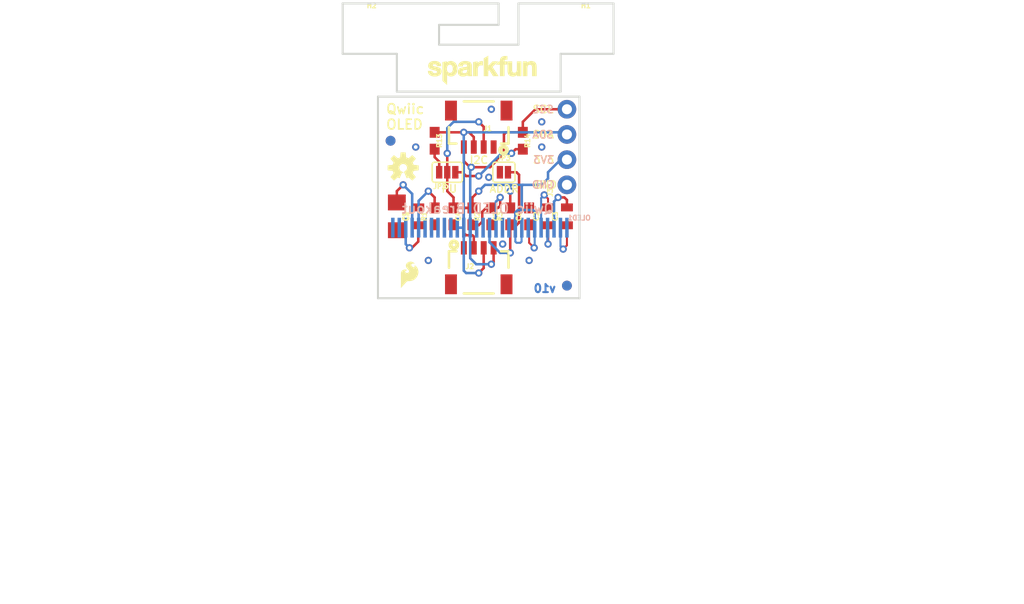
<source format=kicad_pcb>
(kicad_pcb (version 20211014) (generator pcbnew)
  (layers (0 "F.Cu" signal) (31 "B.Cu" signal) (34 "B.Paste" user) (35 "F.Paste" user) (36 "B.SilkS" user "B.Silkscreen") (37 "F.SilkS" user "F.Silkscreen") (38 "B.Mask" user) (39 "F.Mask" user) (44 "Edge.Cuts" user))
  (net 0 "")
  (net 1 "GND")
  (net 2 "VDD")
  (net 3 "VCOMH")
  (net 4 "IREF")
  (net 5 "D7")
  (net 6 "D6")
  (net 7 "D5")
  (net 8 "D4")
  (net 9 "D3")
  (net 10 "D1/MOSI")
  (net 11 "D0/SCK")
  (net 12 "RD/E")
  (net 13 "WR/RW")
  (net 14 "RESET")
  (net 15 "CS")
  (net 16 "C2N")
  (net 17 "C1P")
  (net 18 "VCC")
  (net 19 "D/C")
  (net 20 "N$4")
  (net 21 "N$5")
  (net 22 "N$1")
  (net 23 "N$2")
  (footprint "boardEagle:0603" (layer "F.Cu") (at 153.0096 103.9876 -90)
    (fp_text reference "R14" (at 0 -0.762 -90) (layer "F.SilkS") (effects (font (size 0.48768 0.48768) (thickness 0.12192)) (justify bottom)))
    (fp_text value "4.7k")
    (pad "1" smd rect (at -0.85 0 270) (size 1.1 1) (layers "F.Cu" "F.Paste" "F.Mask") (net 11 "D0/SCK"))
    (pad "2" smd rect (at 0.85 0 270) (size 1.1 1) (layers "F.Cu" "F.Paste" "F.Mask") (net 21 "N$5"))
  )
  (footprint "boardEagle:0603" (layer "F.Cu") (at 144.1196 111.6076 90)
    (fp_text reference "R1" (at 0 -0.762 90) (layer "F.SilkS") (effects (font (size 0.48768 0.48768) (thickness 0.12192)) (justify bottom)))
    (fp_text value "390k")
    (pad "1" smd rect (at -0.85 0 90) (size 1.1 1) (layers "F.Cu" "F.Paste" "F.Mask") (net 1 "GND"))
    (pad "2" smd rect (at 0.85 0 90) (size 1.1 1) (layers "F.Cu" "F.Paste" "F.Mask") (net 4 "IREF"))
  )
  (footprint "boardEagle:FIDUCIAL-1X2" (layer "F.Cu") (at 157.4546 118.5926)
    (fp_text reference "FID1" hide)
    (fp_text value "FIDUCIAL1X2" hide)
    (pad "1" smd roundrect (at 0 0) (size 1 1) (layers "F.Cu" "F.Mask") (roundrect_rratio 0.5))
  )
  (footprint "boardEagle:STAND-OFF" (layer "F.Cu") (at 137.7696 92.6846)
    (fp_text reference "H2" (at 0 -2.032) (layer "F.SilkS") (effects (font (size 0.48768 0.48768) (thickness 0.12192)) (justify bottom)))
    (fp_text value "STAND-OFF")
    (pad "" np_thru_hole circle (at 0 0) (size 3.302 3.302) (drill 3.302) (layers *.Cu *.Mask))
  )
  (footprint "boardEagle:FIDUCIAL-1X2" (layer "F.Cu") (at 139.6746 103.9876)
    (fp_text reference "FID2" hide)
    (fp_text value "FIDUCIAL1X2" hide)
    (pad "1" smd roundrect (at 0 0) (size 1 1) (layers "F.Cu" "F.Mask") (roundrect_rratio 0.5))
  )
  (footprint "boardEagle:0603" (layer "F.Cu") (at 151.7396 111.6076 90)
    (fp_text reference "R3" (at 0 -0.762 90) (layer "F.SilkS") (effects (font (size 0.48768 0.48768) (thickness 0.12192)) (justify bottom)))
    (fp_text value "10k")
    (pad "1" smd rect (at -0.85 0 90) (size 1.1 1) (layers "F.Cu" "F.Paste" "F.Mask") (net 19 "D/C"))
    (pad "2" smd rect (at 0.85 0 90) (size 1.1 1) (layers "F.Cu" "F.Paste" "F.Mask") (net 2 "VDD"))
  )
  (footprint "boardEagle:0805" (layer "F.Cu") (at 155.5496 111.6076 90)
    (fp_text reference "C2" (at 0 -0.889 90) (layer "F.SilkS") (effects (font (size 0.48768 0.48768) (thickness 0.12192)) (justify bottom)))
    (fp_text value "1.0uF")
    (pad "1" smd rect (at -0.9 0 90) (size 0.8 1.2) (layers "F.Cu" "F.Paste" "F.Mask") (net 17 "C1P"))
    (pad "2" smd rect (at 0.9 0 90) (size 0.8 1.2) (layers "F.Cu" "F.Paste" "F.Mask") (net 23 "N$2"))
  )
  (footprint "boardEagle:SMT-JUMPER_3_2-NC_PASTE_SILK" (layer "F.Cu") (at 145.3896 107.1626 180)
    (fp_text reference "JP2" (at 0 -1.143 180) (layer "F.SilkS") (effects (font (size 0.48768 0.48768) (thickness 0.12192)) (justify right top)))
    (fp_text value "")
    (fp_line (start 1.524 0.762) (end 1.524 -0.762) (layer "F.SilkS") (width 0.1524))
    (fp_line (start -1.27 -1.016) (end 1.27 -1.016) (layer "F.SilkS") (width 0.1524))
    (fp_line (start 1.27 1.016) (end -1.27 1.016) (layer "F.SilkS") (width 0.1524))
    (fp_line (start -1.524 0.762) (end -1.524 -0.762) (layer "F.SilkS") (width 0.1524))
    (fp_arc (start -1.27 1.016) (mid -1.449605 0.941605) (end -1.524 0.762) (layer "F.SilkS") (width 0.1524))
    (fp_arc (start -1.524 -0.762) (mid -1.449605 -0.941605) (end -1.27 -1.016) (layer "F.SilkS") (width 0.1524))
    (fp_arc (start 1.27 -1.016) (mid 1.449605 -0.941605) (end 1.524 -0.762) (layer "F.SilkS") (width 0.1524))
    (fp_arc (start 1.524 0.762) (mid 1.449605 0.941605) (end 1.27 1.016) (layer "F.SilkS") (width 0.1524))
    (pad "1" smd rect (at -0.8128 0 180) (size 0.635 1.27) (layers "F.Cu" "F.Mask") (net 21 "N$5"))
    (pad "2" smd rect (at 0 0 180) (size 0.635 1.27) (layers "F.Cu" "F.Mask") (net 2 "VDD"))
    (pad "3" smd rect (at 0.8128 0 180) (size 0.635 1.27) (layers "F.Cu" "F.Mask") (net 20 "N$4"))
  )
  (footprint "boardEagle:1206" (layer "F.Cu") (at 140.3096 111.6076 -90)
    (fp_text reference "C5" (at 0 -1.143 -90) (layer "F.SilkS") (effects (font (size 0.48768 0.48768) (thickness 0.12192)) (justify bottom)))
    (fp_text value "4.7uF")
    (pad "1" smd rect (at -1.4 0 270) (size 1.6 1.8) (layers "F.Cu" "F.Paste" "F.Mask") (net 3 "VCOMH"))
    (pad "2" smd rect (at 1.4 0 270) (size 1.6 1.8) (layers "F.Cu" "F.Paste" "F.Mask") (net 1 "GND"))
  )
  (footprint "boardEagle:SMT-JUMPER_2_NO_SILK" (layer "F.Cu") (at 151.1046 107.1626)
    (fp_text reference "JP3" (at 0 -1.143) (layer "F.SilkS") (effects (font (size 0.48768 0.48768) (thickness 0.12192)) (justify bottom)))
    (fp_text value "")
    (fp_line (start 0.8636 1.016) (end -0.8636 1.016) (layer "F.SilkS") (width 0.1524))
    (fp_line (start -0.8636 -1.016) (end 0.8636 -1.016) (layer "F.SilkS") (width 0.1524))
    (fp_line (start 1.1176 0.762) (end 1.1176 -0.762) (layer "F.SilkS") (width 0.1524))
    (fp_line (start -1.1176 0.762) (end -1.1176 -0.762) (layer "F.SilkS") (width 0.1524))
    (fp_arc (start 0.8636 -1.016) (mid 1.043205 -0.941605) (end 1.1176 -0.762) (layer "F.SilkS") (width 0.1524))
    (fp_arc (start -0.8636 1.016) (mid -1.043205 0.941605) (end -1.1176 0.762) (layer "F.SilkS") (width 0.1524))
    (fp_arc (start -1.1176 -0.762) (mid -1.043205 -0.941605) (end -0.8636 -1.016) (layer "F.SilkS") (width 0.1524))
    (fp_arc (start 1.1176 0.762) (mid 1.043205 0.941605) (end 0.8636 1.016) (layer "F.SilkS") (width 0.1524))
    (pad "1" smd rect (at -0.4064 0) (size 0.635 1.27) (layers "F.Cu" "F.Mask") (net 1 "GND"))
    (pad "2" smd rect (at 0.4064 0) (size 0.635 1.27) (layers "F.Cu" "F.Mask") (net 19 "D/C"))
  )
  (footprint "boardEagle:0603" (layer "F.Cu") (at 153.6446 111.6076 90)
    (fp_text reference "C6" (at 0 -0.762 90) (layer "F.SilkS") (effects (font (size 0.48768 0.48768) (thickness 0.12192)) (justify bottom)))
    (fp_text value "1.0uF")
    (pad "1" smd rect (at -0.85 0 90) (size 1.1 1) (layers "F.Cu" "F.Paste" "F.Mask") (net 2 "VDD"))
    (pad "2" smd rect (at 0.85 0 90) (size 1.1 1) (layers "F.Cu" "F.Paste" "F.Mask") (net 1 "GND"))
  )
  (footprint "boardEagle:SFE_LOGO_FLAME_.1" (layer "F.Cu") (at 140.4366 119.1006)
    (fp_text reference "LOGO2" hide)
    (fp_text value "SFE_LOGO_FLAME.1_INCH" hide)
    (fp_poly (pts (xy 1.412844 -2.906175) (xy 1.560112 -2.832541) (xy 1.605026 -2.798855) (xy 1.681982 -2.7219) (xy 1.571006 -2.7219) (xy 1.551005 -2.7319) (xy 1.504689 -2.7319) (xy 1.468361 -2.722818) (xy 1.422477 -2.713641) (xy 1.39011 -2.697457) (xy 1.358081 -2.673436) (xy 1.343019 -2.650843) (xy 1.335288 -2.635381) (xy 1.3281 -2.613817) (xy 1.3281 -2.564689) (xy 1.335361 -2.535643) (xy 1.369607 -2.484275) (xy 1.425028 -2.428854) (xy 1.462016 -2.401113) (xy 1.489157 -2.383019) (xy 1.523301 -2.365947) (xy 1.594689 -2.3481) (xy 1.613817 -2.3481) (xy 1.629419 -2.353301) (xy 1.648687 -2.372569) (xy 1.654712 -2.384619) (xy 1.6619 -2.406183) (xy 1.6619 -2.558742) (xy 1.804838 -2.469406) (xy 1.890505 -2.373031) (xy 1.964662 -2.256498) (xy 2.016968 -2.099579) (xy 2.048309 -1.932428) (xy 2.037811 -1.753974) (xy 1.985628 -1.555678) (xy 1.881878 -1.368928) (xy 1.808618 -1.274737) (xy 1.726044 -1.192162) (xy 1.642524 -1.119083) (xy 1.536984 -1.055759) (xy 1.432127 -1.013816) (xy 1.318165 -0.982735) (xy 1.193153 -0.9619) (xy 1.003156 -0.9619) (xy 0.953397 -0.953607) (xy 0.863627 -0.899745) (xy 0.767974 -0.804092) (xy 0.647975 -0.664094) (xy 0.528159 -0.544277) (xy 0.478163 -0.484281) (xy 0.430255 -0.436373) (xy 0.400257 -0.386376) (xy 0.2819 -0.268018) (xy 0.2819 -1.732372) (xy 0.292559 -1.817641) (xy 0.314746 -1.895296) (xy 0.380852 -2.005474) (xy 0.436664 -2.050123) (xy 0.481171 -2.083503) (xy 0.539098 -2.106674) (xy 0.59313 -2.117481) (xy 0.656847 -2.1281) (xy 0.788994 -2.1281) (xy 0.884319 -2.080438) (xy 0.832569 -2.028687) (xy 0.784617 -2.004711) (xy 0.760581 -1.996699) (xy 0.713301 -1.949419) (xy 0.7081 -1.933817) (xy 0.7081 -1.906183) (xy 0.714532 -1.886888) (xy 0.729607 -1.864275) (xy 0.781412 -1.81247) (xy 0.820903 -1.796674) (xy 0.863772 -1.7881) (xy 0.935311 -1.7881) (xy 1.004357 -1.805361) (xy 1.053944 -1.83842) (xy 1.086004 -1.878495) (xy 1.1019 -1.926183) (xy 1.1019 -1.983091) (xy 1.077224 -2.048894) (xy 1.012268 -2.113851) (xy 0.931425 -2.204799) (xy 0.858661 -2.287958) (xy 0.804008 -2.386334) (xy 0.7819 -2.485818) (xy 0.7819 -2.576183) (xy 0.815289 -2.676349) (xy 0.871274 -2.765925) (xy 0.969046 -2.84197) (xy 1.087145 -2.906387) (xy 1.206565 -2.9281) (xy 1.314182 -2.9281)) (layer "F.SilkS") (width 0) (fill solid))
  )
  (footprint "boardEagle:REVISION" (layer "F.Cu") (at 132.0546 150.3426)
    (fp_text reference "LOGO1" hide)
    (fp_text value "REVISION" hide)
  )
  (footprint "boardEagle:CREATIVE_COMMONS" (layer "F.Cu") (at 120.6246 147.8026)
    (fp_text reference "FRAME1" hide)
    (fp_text value "FRAME-LETTER" hide)
  )
  (footprint "boardEagle:0603" (layer "F.Cu") (at 146.0246 111.6076 -90)
    (fp_text reference "C4" (at 0 -0.762 -90) (layer "F.SilkS") (effects (font (size 0.48768 0.48768) (thickness 0.12192)) (justify bottom)))
    (fp_text value "1.0uF")
    (pad "1" smd rect (at -0.85 0 270) (size 1.1 1) (layers "F.Cu" "F.Paste" "F.Mask") (net 2 "VDD"))
    (pad "2" smd rect (at 0.85 0 270) (size 1.1 1) (layers "F.Cu" "F.Paste" "F.Mask") (net 1 "GND"))
  )
  (footprint "boardEagle:0603" (layer "F.Cu") (at 149.8346 111.6076 -90)
    (fp_text reference "C7" (at 0 -0.762 -90) (layer "F.SilkS") (effects (font (size 0.48768 0.48768) (thickness 0.12192)) (justify bottom)))
    (fp_text value "1.0uF")
    (pad "1" smd rect (at -0.85 0 270) (size 1.1 1) (layers "F.Cu" "F.Paste" "F.Mask") (net 14 "RESET"))
    (pad "2" smd rect (at 0.85 0 270) (size 1.1 1) (layers "F.Cu" "F.Paste" "F.Mask") (net 1 "GND"))
  )
  (footprint "boardEagle:OSHW-LOGO-S" (layer "F.Cu") (at 140.9446 106.7181)
    (fp_text reference "LOGO3" hide)
    (fp_text value "OSHW-LOGOS" hide)
    (fp_poly (pts (xy 0.301647 -1.061351) (xy 0.42347 -1.022344) (xy 0.537177 -0.963769) (xy 0.92862 -1.282946) (xy 1.282946 -0.92862) (xy 0.961035 -0.533823) (xy 1.057046 -0.302084) (xy 1.5638 -0.250561) (xy 1.5638 0.250561) (xy 1.057046 0.302084) (xy 0.961035 0.533823) (xy 1.282946 0.92862) (xy 0.92862 1.282946) (xy 0.537177 0.96377) (xy 0.356601 1.056794) (xy 0.088679 0.410073) (xy 0.326262 0.2176) (xy 0.373649 0.121468) (xy 0.392729 0.010339) (xy 0.379464 -0.101634) (xy 0.334947 -0.205229) (xy 0.262842 -0.291918) (xy 0.169087 -0.354561) (xy 0.061406 -0.387999) (xy -0.051342 -0.38948) (xy -0.159868 -0.358881) (xy -0.255234 -0.298724) (xy -0.329589 -0.213962) (xy -0.376813 -0.111569) (xy -0.392176 -0.005767) (xy -0.322923 0.222565) (xy -0.249312 0.303773) (xy 0.091677 0.5081) (xy -0.12929 0.5081) (xy -0.355332 1.053732) (xy -0.506597 0.983577) (xy -0.538922 0.965192) (xy -0.92862 1.282946) (xy -1.282946 0.92862) (xy -0.961035 0.533823) (xy -1.057046 0.302084) (xy -1.5638 0.250561) (xy -1.5638 -0.250561) (xy -1.057046 -0.302084) (xy -0.961035 -0.533823) (xy -1.282946 -0.92862) (xy -0.92862 -1.282946) (xy -0.533823 -0.961035) (xy -0.302084 -1.057046) (xy -0.250561 -1.5638) (xy 0.250561 -1.5638)) (layer "F.SilkS") (width 0) (fill solid))
  )
  (footprint "boardEagle:1X04_1MM_RA" (layer "F.Cu") (at 148.5646 104.6226 180)
    (fp_text reference "J1" (at -1.397 2.159 180) (layer "F.SilkS") (effects (font (size 0.48768 0.48768) (thickness 0.12192)) (justify right top)))
    (fp_text value "")
    (fp_line (start -1.5 4.6) (end 1.5 4.6) (layer "F.SilkS") (width 0.254))
    (fp_line (start 2.25 0.35) (end 3 0.35) (layer "F.SilkS") (width 0.254))
    (fp_line (start -3 2) (end -3 0.35) (layer "F.SilkS") (width 0.254))
    (fp_line (start 3 0.35) (end 3 2) (layer "F.SilkS") (width 0.254))
    (fp_line (start -3 0.35) (end -2.25 0.35) (layer "F.SilkS") (width 0.254))
    (fp_circle (center -2.5 -0.3) (end -2.3586 -0.3) (layer "F.SilkS") (width 0.4) (fill none))
    (pad "1" smd rect (at -1.5 0 180) (size 0.6 1.35) (layers "F.Cu" "F.Paste" "F.Mask") (net 1 "GND"))
    (pad "2" smd rect (at -0.5 0 180) (size 0.6 1.35) (layers "F.Cu" "F.Paste" "F.Mask") (net 2 "VDD"))
    (pad "3" smd rect (at 0.5 0 180) (size 0.6 1.35) (layers "F.Cu" "F.Paste" "F.Mask") (net 10 "D1/MOSI"))
    (pad "4" smd rect (at 1.5 0 180) (size 0.6 1.35) (layers "F.Cu" "F.Paste" "F.Mask") (net 11 "D0/SCK"))
    (pad "NC1" smd rect (at 2.8 3.675 180) (size 1.2 2) (layers "F.Cu" "F.Paste" "F.Mask"))
    (pad "NC2" smd rect (at -2.8 3.675 180) (size 1.2 2) (layers "F.Cu" "F.Paste" "F.Mask"))
  )
  (footprint "boardEagle:0603" (layer "F.Cu") (at 147.9296 111.6076 -90)
    (fp_text reference "R2" (at 0 -0.762 -90) (layer "F.SilkS") (effects (font (size 0.48768 0.48768) (thickness 0.12192)) (justify bottom)))
    (fp_text value "10k")
    (pad "1" smd rect (at -0.85 0 270) (size 1.1 1) (layers "F.Cu" "F.Paste" "F.Mask") (net 2 "VDD"))
    (pad "2" smd rect (at 0.85 0 270) (size 1.1 1) (layers "F.Cu" "F.Paste" "F.Mask") (net 14 "RESET"))
  )
  (footprint "boardEagle:0805" (layer "F.Cu") (at 142.4686 111.6076 90)
    (fp_text reference "C1" (at 0 -0.889 90) (layer "F.SilkS") (effects (font (size 0.48768 0.48768) (thickness 0.12192)) (justify bottom)))
    (fp_text value "2.2uF")
    (pad "1" smd rect (at -0.9 0 90) (size 0.8 1.2) (layers "F.Cu" "F.Paste" "F.Mask") (net 18 "VCC"))
    (pad "2" smd rect (at 0.9 0 90) (size 0.8 1.2) (layers "F.Cu" "F.Paste" "F.Mask") (net 1 "GND"))
  )
  (footprint "boardEagle:0805" (layer "F.Cu") (at 157.4546 111.6076 90)
    (fp_text reference "C3" (at 0 -0.889 90) (layer "F.SilkS") (effects (font (size 0.48768 0.48768) (thickness 0.12192)) (justify bottom)))
    (fp_text value "1.0uF")
    (pad "1" smd rect (at -0.9 0 90) (size 0.8 1.2) (layers "F.Cu" "F.Paste" "F.Mask") (net 22 "N$1"))
    (pad "2" smd rect (at 0.9 0 90) (size 0.8 1.2) (layers "F.Cu" "F.Paste" "F.Mask") (net 16 "C2N"))
  )
  (footprint "boardEagle:STAND-OFF" (layer "F.Cu") (at 159.3596 92.6846)
    (fp_text reference "H1" (at 0 -2.032) (layer "F.SilkS") (effects (font (size 0.48768 0.48768) (thickness 0.12192)) (justify bottom)))
    (fp_text value "STAND-OFF")
    (pad "" np_thru_hole circle (at 0 0) (size 3.302 3.302) (drill 3.302) (layers *.Cu *.Mask))
  )
  (footprint "boardEagle:1X04_NO_SILK" (layer "F.Cu") (at 157.4546 108.4326 90)
    (fp_text reference "J3" (at -1.27 -1.397 90) (layer "F.SilkS") (effects (font (size 0.48768 0.48768) (thickness 0.12192)) (justify left bottom)))
    (fp_text value "")
    (pad "1" thru_hole circle (at 0 0 180) (size 1.8796 1.8796) (drill 1.016) (layers *.Cu *.Mask) (net 1 "GND"))
    (pad "2" thru_hole circle (at 2.54 0 180) (size 1.8796 1.8796) (drill 1.016) (layers *.Cu *.Mask) (net 2 "VDD"))
    (pad "3" thru_hole circle (at 5.08 0 180) (size 1.8796 1.8796) (drill 1.016) (layers *.Cu *.Mask) (net 10 "D1/MOSI"))
    (pad "4" thru_hole circle (at 7.62 0 180) (size 1.8796 1.8796) (drill 1.016) (layers *.Cu *.Mask) (net 11 "D0/SCK"))
  )
  (footprint "boardEagle:SFE_LOGO_NAME_.1" (layer "F.Cu") (at 142.9766 98.7806)
    (fp_text reference "LOGO4" hide)
    (fp_text value "SFE_LOGO_NAME.1_INCH" hide)
    (fp_poly (pts (xy 11.017334 -2.817439) (xy 11.144113 -2.785744) (xy 11.243168 -2.730714) (xy 11.310714 -2.663168) (xy 11.364478 -2.566392) (xy 11.40744 -2.458987) (xy 11.417967 -2.343186) (xy 11.4281 -2.211463) (xy 11.4281 -1.3019) (xy 10.9619 -1.3019) (xy 10.9619 -2.217293) (xy 10.952769 -2.28121) (xy 10.935177 -2.333987) (xy 10.908344 -2.378708) (xy 10.882786 -2.412786) (xy 10.854573 -2.433945) (xy 10.74955 -2.451449) (xy 10.623004 -2.433371) (xy 10.585475 -2.410854) (xy 10.551349 -2.368197) (xy 10.525255 -2.324706) (xy 10.506947 -2.26063) (xy 10.4881 -2.175817) (xy 10.4881 -1.3019) (xy 10.0219 -1.3019) (xy 10.0219 -2.581058) (xy 10.033958 -2.7981) (xy 10.4681 -2.7981) (xy 10.4681 -2.666115) (xy 10.493944 -2.69842) (xy 10.55962 -2.742204) (xy 10.613984 -2.774822) (xy 10.677952 -2.796145) (xy 10.740788 -2.81709) (xy 10.803736 -2.827582) (xy 10.869552 -2.838551)) (layer "F.SilkS") (width 0) (fill solid))
    (fp_poly (pts (xy 6.0081 -2.795782) (xy 6.0081 -2.3819) (xy 5.951006 -2.3819) (xy 5.931005 -2.3919) (xy 5.831901 -2.3919) (xy 5.736548 -2.382365) (xy 5.665643 -2.364639) (xy 5.614275 -2.330393) (xy 5.562128 -2.278246) (xy 5.506422 -2.148266) (xy 5.4881 -2.065817) (xy 5.4881 -1.3019) (xy 5.0219 -1.3019) (xy 5.0219 -2.721235) (xy 5.102528 -2.73736) (xy 5.151643 -2.747183) (xy 5.19531 -2.7581) (xy 5.246228 -2.7581) (xy 5.291643 -2.767183) (xy 5.331639 -2.777182) (xy 5.381643 -2.787183) (xy 5.4681 -2.808798) (xy 5.4681 -2.625835) (xy 5.480392 -2.644273) (xy 5.535727 -2.699608) (xy 5.598866 -2.741701) (xy 5.663815 -2.785) (xy 5.739533 -2.806634) (xy 5.814664 -2.8281) (xy 5.975782 -2.8281)) (layer "F.SilkS") (width 0) (fill solid))
    (fp_poly (pts (xy 4.332821 -1.958813) (xy 4.278994 -1.9319) (xy 4.236183 -1.9319) (xy 4.206183 -1.9219) (xy 4.166183 -1.9219) (xy 4.136183 -1.9119) (xy 4.118995 -1.9119) (xy 4.098994 -1.9019) (xy 4.043743 -1.9019) (xy 3.938703 -2.17763) (xy 4.073746 -2.20764) (xy 4.165514 -2.217836) (xy 4.280739 -2.232239)) (layer "F.SilkS") (width 0) (fill solid))
    (fp_poly (pts (xy 6.5481 -2.344647) (xy 6.98377 -2.7981) (xy 7.553235 -2.7981) (xy 6.979019 -2.234719) (xy 7.590534 -1.3019) (xy 7.028601 -1.3019) (xy 6.652679 -1.918797) (xy 6.5481 -1.814218) (xy 6.5481 -1.3019) (xy 6.0919 -1.3019) (xy 6.0919 -3.101967) (xy 6.5481 -3.366082)) (layer "F.SilkS") (width 0) (fill solid))
    (fp_poly (pts (xy 3.440843 -2.077038) (xy 3.427907 -1.895944) (xy 3.407032 -1.749817) (xy 3.33984 -1.588556) (xy 2.935443 -1.77886) (xy 2.962479 -1.887004) (xy 2.972164 -1.964486) (xy 2.986 -2.089008)) (layer "F.SilkS") (width 0) (fill solid))
    (fp_poly (pts (xy 8.346183 -3.3281) (xy 8.4781 -3.3281) (xy 8.4781 -2.9619) (xy 8.266183 -2.9619) (xy 8.214619 -2.944712) (xy 8.211154 -2.94298) (xy 8.205289 -2.925383) (xy 8.195947 -2.906699) (xy 8.1881 -2.875311) (xy 8.1881 -2.7981) (xy 8.4581 -2.7981) (xy 8.4581 -2.4619) (xy 8.1881 -2.4619) (xy 8.1881 -1.3019) (xy 7.7219 -1.3019) (xy 7.7219 -2.4619) (xy 7.288018 -2.4619) (xy 7.383059 -2.556941) (xy 7.414974 -2.588855) (xy 7.452786 -2.617214) (xy 7.481145 -2.655026) (xy 7.513059 -2.686941) (xy 7.544974 -2.718855) (xy 7.582786 -2.747214) (xy 7.62095 -2.7981) (xy 7.7219 -2.7981) (xy 7.7219 -2.87211) (xy 7.732416 -2.966754) (xy 7.754312 -3.05434) (xy 7.798584 -3.131815) (xy 7.851837 -3.195719) (xy 7.918895 -3.262776) (xy 8.007823 -3.296125) (xy 8.112728 -3.327596) (xy 8.228272 -3.3381) (xy 8.316183 -3.3381)) (layer "F.SilkS") (width 0) (fill solid))
    (fp_poly (pts (xy 4.393156 -2.8181) (xy 4.443773 -2.8181) (xy 4.499798 -2.806895) (xy 4.560665 -2.786606) (xy 4.601749 -2.776335) (xy 4.655621 -2.754786) (xy 4.700112 -2.732541) (xy 4.745026 -2.698855) (xy 4.786941 -2.656941) (xy 4.822471 -2.621411) (xy 4.844785 -2.565625) (xy 4.86664 -2.521915) (xy 4.877582 -2.456264) (xy 4.8881 -2.393153) (xy 4.8881 -1.498995) (xy 4.8981 -1.478994) (xy 4.8981 -1.438995) (xy 4.9081 -1.418994) (xy 4.9081 -1.408995) (xy 4.9181 -1.388994) (xy 4.9181 -1.378995) (xy 4.9281 -1.358994) (xy 4.9281 -1.3019) (xy 4.4619 -1.3019) (xy 4.4619 -1.344218) (xy 4.4519 -1.354218) (xy 4.4519 -1.364218) (xy 4.4419 -1.374218) (xy 4.4419 -1.392143) (xy 4.416889 -1.375469) (xy 4.386888 -1.365468) (xy 4.35916 -1.346983) (xy 4.339157 -1.336981) (xy 4.306889 -1.315469) (xy 4.27066 -1.303392) (xy 4.230665 -1.293394) (xy 4.196183 -1.2819) (xy 4.166183 -1.2819) (xy 4.136183 -1.2719) (xy 4.066183 -1.2719) (xy 4.036183 -1.2619) (xy 3.946227 -1.2619) (xy 3.896228 -1.2719) (xy 3.841006 -1.2719) (xy 3.796699 -1.294053) (xy 3.756702 -1.304052) (xy 3.712961 -1.325922) (xy 3.67084 -1.346983) (xy 3.635727 -1.370392) (xy 3.603059 -1.403059) (xy 3.571145 -1.434974) (xy 3.537459 -1.479888) (xy 3.514052 -1.526702) (xy 3.503038 -1.570759) (xy 3.492818 -1.611639) (xy 3.4819 -1.666227) (xy 3.4819 -1.721728) (xy 3.492457 -1.837853) (xy 3.525667 -1.937483) (xy 3.58083 -2.014711) (xy 3.646667 -2.080549) (xy 3.723755 -2.124599) (xy 3.809125 -2.156613) (xy 3.90349 -2.177583) (xy 4.014955 -2.191516) (xy 4.117879 -1.921342) (xy 3.992569 -1.858687) (xy 3.961313 -1.827431) (xy 3.9481 -1.801005) (xy 3.9481 -1.763817) (xy 3.941135 -1.742923) (xy 3.9481 -1.728994) (xy 3.9481 -1.706183) (xy 3.9581 -1.676183) (xy 3.9581 -1.668995) (xy 3.961313 -1.662569) (xy 3.982569 -1.641313) (xy 4.002569 -1.631313) (xy 4.012569 -1.621313) (xy 4.018995 -1.6181) (xy 4.038994 -1.6181) (xy 4.058995 -1.6081) (xy 4.195311 -1.6081) (xy 4.304357 -1.635361) (xy 4.325725 -1.649607) (xy 4.366699 -1.690581) (xy 4.376699 -1.720581) (xy 4.3967 -1.740582) (xy 4.4019 -1.756183) (xy 4.4019 -1.788994) (xy 4.4119 -1.808995) (xy 4.4119 -1.838994) (xy 4.4219 -1.858995) (xy 4.4219 -1.968018) (xy 4.415782 -1.9619) (xy 4.388995 -1.9619) (xy 4.377039 -1.955922) (xy 4.348994 -1.9419) (xy 4.258472 -1.9419) (xy 4.205106 -2.222073) (xy 4.31121 -2.237231) (xy 4.362086 -2.25419) (xy 4.392786 -2.277214) (xy 4.414335 -2.305947) (xy 4.4219 -2.343772) (xy 4.4219 -2.363817) (xy 4.4119 -2.393817) (xy 4.4119 -2.411005) (xy 4.398687 -2.437431) (xy 4.377431 -2.458687) (xy 4.331005 -2.4819) (xy 4.311006 -2.4819) (xy 4.291005 -2.4919) (xy 4.221006 -2.4919) (xy 4.207077 -2.498865) (xy 4.186183 -2.4919) (xy 4.136183 -2.4919) (xy 4.106183 -2.4819) (xy 4.088995 -2.4819) (xy 4.062569 -2.468687) (xy 4.011313 -2.417431) (xy 3.9981 -2.391005) (xy 3.9981 -2.361006) (xy 3.9881 -2.341005) (xy 3.9881 -2.2819) (xy 3.51607 -2.2819) (xy 3.532432 -2.396435) (xy 3.543105 -2.449798) (xy 3.565178 -2.516016) (xy 3.598341 -2.571288) (xy 3.631145 -2.615026) (xy 3.674974 -2.658855) (xy 3.71714 -2.69048) (xy 3.758712 -2.721659) (xy 3.813016 -2.754241) (xy 3.86585 -2.775375) (xy 3.919674 -2.796905) (xy 4.043736 -2.817582) (xy 4.106847 -2.8281) (xy 4.333153 -2.8281)) (layer "F.SilkS") (width 0) (fill solid))
    (fp_poly (pts (xy 8.9581 -1.882707) (xy 8.967231 -1.81879) (xy 8.985791 -1.76311) (xy 9.00247 -1.721412) (xy 9.035028 -1.688854) (xy 9.065947 -1.665665) (xy 9.106435 -1.657568) (xy 9.17 -1.648487) (xy 9.23415 -1.657651) (xy 9.286603 -1.666393) (xy 9.326373 -1.690255) (xy 9.369745 -1.733627) (xy 9.394745 -1.775294) (xy 9.412487 -1.837389) (xy 9.422109 -1.923991) (xy 9.4319 -2.021901) (xy 9.4319 -2.7981) (xy 9.8881 -2.7981) (xy 9.8881 -1.3019) (xy 9.4419 -1.3019) (xy 9.4419 -1.432728) (xy 9.415451 -1.411569) (xy 9.363624 -1.359743) (xy 9.306016 -1.325178) (xy 9.242048 -1.303855) (xy 9.179212 -1.28291) (xy 9.115827 -1.272346) (xy 9.04 -1.261513) (xy 8.892264 -1.282618) (xy 8.775527 -1.314456) (xy 8.67813 -1.368565) (xy 8.600015 -1.435521) (xy 8.544692 -1.535102) (xy 8.512895 -1.641091) (xy 8.4919 -1.756565) (xy 8.4919 -2.7981) (xy 8.9581 -2.7981)) (layer "F.SilkS") (width 0) (fill solid))
    (fp_poly (pts (xy 2.929338 -2.817229) (xy 3.067237 -2.764191) (xy 3.183983 -2.689898) (xy 3.280426 -2.593455) (xy 3.354458 -2.466544) (xy 3.40663 -2.330896) (xy 3.4381 -2.184036) (xy 3.4381 -2.000884) (xy 2.986257 -2.012775) (xy 2.972194 -2.125274) (xy 2.96275 -2.200824) (xy 2.934631 -2.275809) (xy 2.907172 -2.33988) (xy 2.864269 -2.391364) (xy 2.811775 -2.42636) (xy 2.749939 -2.452861) (xy 2.679736 -2.461636) (xy 2.599817 -2.452756) (xy 2.538225 -2.42636) (xy 2.485732 -2.391364) (xy 2.442828 -2.33988) (xy 2.416222 -2.277799) (xy 2.3781 -2.125311) (xy 2.3781 -1.964689) (xy 2.415361 -1.815643) (xy 2.487474 -1.707474) (xy 2.538225 -1.67364) (xy 2.599817 -1.647244) (xy 2.68 -1.638334) (xy 2.760183 -1.647244) (xy 2.821775 -1.67364) (xy 2.872526 -1.707474) (xy 2.966513 -1.848455) (xy 3.375374 -1.65605) (xy 3.279898 -1.506017) (xy 3.184582 -1.4107) (xy 3.078029 -1.336113) (xy 2.938292 -1.282368) (xy 2.781269 -1.2719) (xy 2.716847 -1.2719) (xy 2.650788 -1.28291) (xy 2.587952 -1.303855) (xy 2.523984 -1.325178) (xy 2.4682 -1.358648) (xy 2.414551 -1.401567) (xy 2.3981 -1.418018) (xy 2.3981 -0.420728) (xy 2.284551 -0.511567) (xy 2.234549 -0.561569) (xy 2.186199 -0.600249) (xy 2.134551 -0.641567) (xy 2.044549 -0.731569) (xy 1.994551 -0.771567) (xy 1.9319 -0.834218) (xy 1.9319 -2.721235) (xy 2.011643 -2.737183) (xy 2.051639 -2.747182) (xy 2.106227 -2.7581) (xy 2.146228 -2.7581) (xy 2.241643 -2.777183) (xy 2.281639 -2.787182) (xy 2.3781 -2.806475) (xy 2.3781 -2.688615) (xy 2.394526 -2.709148) (xy 2.450398 -2.74267) (xy 2.501652 -2.773423) (xy 2.568085 -2.80664) (xy 2.633736 -2.817582) (xy 2.693736 -2.827582) (xy 2.759215 -2.838495)) (layer "F.SilkS") (width 0) (fill solid))
    (fp_poly (pts (xy 1.263449 -2.827944) (xy 1.377272 -2.817596) (xy 1.484898 -2.785308) (xy 1.580778 -2.732042) (xy 1.666049 -2.668089) (xy 1.742958 -2.580192) (xy 1.786799 -2.470589) (xy 1.815652 -2.3119) (xy 1.368765 -2.3119) (xy 1.352817 -2.391643) (xy 1.345598 -2.42052) (xy 1.297431 -2.468687) (xy 1.266699 -2.484053) (xy 1.231643 -2.492817) (xy 1.186228 -2.5019) (xy 1.106183 -2.5019) (xy 1.076183 -2.4919) (xy 1.036183 -2.4919) (xy 1.016888 -2.485468) (xy 0.972011 -2.45555) (xy 0.966606 -2.439335) (xy 0.95904 -2.409071) (xy 0.965665 -2.375947) (xy 0.987214 -2.347214) (xy 1.017914 -2.32419) (xy 1.071265 -2.306406) (xy 1.20764 -2.267442) (xy 1.287009 -2.25752) (xy 1.368733 -2.237089) (xy 1.460875 -2.216613) (xy 1.544201 -2.185366) (xy 1.617011 -2.154161) (xy 1.691815 -2.111416) (xy 1.758636 -2.055732) (xy 1.804134 -1.987485) (xy 1.837342 -1.898929) (xy 1.848262 -1.800648) (xy 1.837415 -1.659637) (xy 1.783017 -1.55084) (xy 1.718081 -1.453436) (xy 1.630112 -1.387459) (xy 1.525079 -1.334943) (xy 1.409724 -1.292995) (xy 1.283153 -1.2719) (xy 1.036847 -1.2719) (xy 0.910276 -1.292995) (xy 0.794921 -1.334943) (xy 0.689888 -1.387459) (xy 0.603058 -1.452581) (xy 0.526244 -1.551343) (xy 0.482995 -1.670276) (xy 0.455024 -1.8381) (xy 0.902276 -1.8381) (xy 0.91664 -1.751914) (xy 0.934786 -1.715621) (xy 0.951407 -1.67407) (xy 0.978829 -1.653504) (xy 1.070903 -1.616674) (xy 1.116852 -1.607484) (xy 1.168449 -1.598885) (xy 1.20531 -1.6081) (xy 1.242663 -1.6081) (xy 1.288251 -1.626335) (xy 1.32052 -1.634402) (xy 1.368687 -1.682569) (xy 1.3819 -1.708995) (xy 1.3819 -1.745311) (xy 1.374639 -1.774357) (xy 1.360393 -1.795725) (xy 1.336373 -1.819745) (xy 1.294706 -1.844745) (xy 1.16063 -1.883053) (xy 1.072113 -1.902723) (xy 0.969507 -1.923244) (xy 0.888652 -1.953565) (xy 0.808654 -1.973564) (xy 0.723755 -2.005401) (xy 0.646667 -2.049451) (xy 0.593059 -2.103059) (xy 0.537224 -2.158895) (xy 0.502751 -2.250823) (xy 0.491535 -2.340544) (xy 0.513006 -2.480102) (xy 0.556968 -2.590006) (xy 0.623794 -2.667971) (xy 0.709222 -2.732042) (xy 0.805102 -2.785308) (xy 0.912728 -2.817596) (xy 1.026693 -2.827956) (xy 1.150144 -2.838244)) (layer "F.SilkS") (width 0) (fill solid))
  )
  (footprint "boardEagle:0603" (layer "F.Cu") (at 144.1196 103.9876 -90)
    (fp_text reference "R13" (at 0 -0.762 -90) (layer "F.SilkS") (effects (font (size 0.48768 0.48768) (thickness 0.12192)) (justify bottom)))
    (fp_text value "4.7k")
    (pad "1" smd rect (at -0.85 0 270) (size 1.1 1) (layers "F.Cu" "F.Paste" "F.Mask") (net 10 "D1/MOSI"))
    (pad "2" smd rect (at 0.85 0 270) (size 1.1 1) (layers "F.Cu" "F.Paste" "F.Mask") (net 20 "N$4"))
  )
  (footprint "boardEagle:1X04_1MM_RA" (layer "F.Cu") (at 148.5646 114.7826)
    (fp_text reference "J2" (at -1.397 2.159) (layer "F.SilkS") (effects (font (size 0.48768 0.48768) (thickness 0.12192)) (justify left bottom)))
    (fp_text value "")
    (fp_line (start -3 0.35) (end -2.25 0.35) (layer "F.SilkS") (width 0.254))
    (fp_line (start 3 0.35) (end 3 2) (layer "F.SilkS") (width 0.254))
    (fp_line (start -1.5 4.6) (end 1.5 4.6) (layer "F.SilkS") (width 0.254))
    (fp_line (start -3 2) (end -3 0.35) (layer "F.SilkS") (width 0.254))
    (fp_line (start 2.25 0.35) (end 3 0.35) (layer "F.SilkS") (width 0.254))
    (fp_circle (center -2.5 -0.3) (end -2.3586 -0.3) (layer "F.SilkS") (width 0.4) (fill none))
    (pad "1" smd rect (at -1.5 0) (size 0.6 1.35) (layers "F.Cu" "F.Paste" "F.Mask") (net 1 "GND"))
    (pad "2" smd rect (at -0.5 0) (size 0.6 1.35) (layers "F.Cu" "F.Paste" "F.Mask") (net 2 "VDD"))
    (pad "3" smd rect (at 0.5 0) (size 0.6 1.35) (layers "F.Cu" "F.Paste" "F.Mask") (net 10 "D1/MOSI"))
    (pad "4" smd rect (at 1.5 0) (size 0.6 1.35) (layers "F.Cu" "F.Paste" "F.Mask") (net 11 "D0/SCK"))
    (pad "NC1" smd rect (at 2.8 3.675) (size 1.2 2) (layers "F.Cu" "F.Paste" "F.Mask"))
    (pad "NC2" smd rect (at -2.8 3.675) (size 1.2 2) (layers "F.Cu" "F.Paste" "F.Mask"))
  )
  (footprint "boardEagle:FIDUCIAL-1X2" (layer "B.Cu") (at 139.6746 103.9876 180)
    (fp_text reference "FID3" hide)
    (fp_text value "FIDUCIAL1X2" hide)
    (pad "1" smd roundrect (at 0 0 180) (size 1 1) (layers "B.Cu" "B.Mask") (roundrect_rratio 0.5))
  )
  (footprint "boardEagle:OLED-0.66-64X48" (layer "B.Cu") (at 157.4546 112.7506 180)
    (fp_text reference "OLED1" (at 0 1.27) (layer "B.SilkS") (effects (font (size 0.48768 0.48768) (thickness 0.12192)) (justify right top mirror)))
    (fp_text value "OLED0.66")
    (pad "" np_thru_hole circle (at 17.15 -3.4 180) (size 0.8 0.8) (drill 0.8) (layers *.Cu *.Mask))
    (pad "" np_thru_hole circle (at 0.4 -3.4 180) (size 0.8 0.8) (drill 0.8) (layers *.Cu *.Mask))
    (pad "1" smd rect (at 0 0 180) (size 0.35 2) (layers "B.Cu" "B.Paste" "B.Mask") (net 1 "GND"))
    (pad "2" smd rect (at 0.65 0 180) (size 0.35 2) (layers "B.Cu" "B.Paste" "B.Mask") (net 22 "N$1"))
    (pad "3" smd rect (at 1.3 0 180) (size 0.35 2) (layers "B.Cu" "B.Paste" "B.Mask") (net 16 "C2N"))
    (pad "4" smd rect (at 1.95 0 180) (size 0.35 2) (layers "B.Cu" "B.Paste" "B.Mask") (net 17 "C1P"))
    (pad "5" smd rect (at 2.6 0 180) (size 0.35 2) (layers "B.Cu" "B.Paste" "B.Mask") (net 23 "N$2"))
    (pad "6" smd rect (at 3.25 0 180) (size 0.35 2) (layers "B.Cu" "B.Paste" "B.Mask") (net 2 "VDD"))
    (pad "7" smd rect (at 3.9 0 180) (size 0.35 2) (layers "B.Cu" "B.Paste" "B.Mask") (net 1 "GND"))
    (pad "8" smd rect (at 4.55 0 180) (size 0.35 2) (layers "B.Cu" "B.Paste" "B.Mask") (net 2 "VDD"))
    (pad "9" smd rect (at 5.2 0 180) (size 0.35 2) (layers "B.Cu" "B.Paste" "B.Mask") (net 2 "VDD"))
    (pad "10" smd rect (at 5.85 0 180) (size 0.35 2) (layers "B.Cu" "B.Paste" "B.Mask") (net 1 "GND"))
    (pad "11" smd rect (at 6.5 0 180) (size 0.35 2) (layers "B.Cu" "B.Paste" "B.Mask") (net 15 "CS"))
    (pad "12" smd rect (at 7.15 0 180) (size 0.35 2) (layers "B.Cu" "B.Paste" "B.Mask") (net 14 "RESET"))
    (pad "13" smd rect (at 7.8 0 180) (size 0.35 2) (layers "B.Cu" "B.Paste" "B.Mask") (net 19 "D/C"))
    (pad "14" smd rect (at 8.45 0 180) (size 0.35 2) (layers "B.Cu" "B.Paste" "B.Mask") (net 13 "WR/RW"))
    (pad "15" smd rect (at 9.1 0 180) (size 0.35 2) (layers "B.Cu" "B.Paste" "B.Mask") (net 12 "RD/E"))
    (pad "16" smd rect (at 9.75 0 180) (size 0.35 2) (layers "B.Cu" "B.Paste" "B.Mask") (net 11 "D0/SCK"))
    (pad "17" smd rect (at 10.4 0 180) (size 0.35 2) (layers "B.Cu" "B.Paste" "B.Mask") (net 10 "D1/MOSI"))
    (pad "18" smd rect (at 11.05 0 180) (size 0.35 2) (layers "B.Cu" "B.Paste" "B.Mask") (net 10 "D1/MOSI"))
    (pad "19" smd rect (at 11.7 0 180) (size 0.35 2) (layers "B.Cu" "B.Paste" "B.Mask") (net 9 "D3"))
    (pad "20" smd rect (at 12.35 0 180) (size 0.35 2) (layers "B.Cu" "B.Paste" "B.Mask") (net 8 "D4"))
    (pad "21" smd rect (at 13 0 180) (size 0.35 2) (layers "B.Cu" "B.Paste" "B.Mask") (net 7 "D5"))
    (pad "22" smd rect (at 13.65 0 180) (size 0.35 2) (layers "B.Cu" "B.Paste" "B.Mask") (net 6 "D6"))
    (pad "23" smd rect (at 14.3 0 180) (size 0.35 2) (layers "B.Cu" "B.Paste" "B.Mask") (net 5 "D7"))
    (pad "24" smd rect (at 14.95 0 180) (size 0.35 2) (layers "B.Cu" "B.Paste" "B.Mask") (net 4 "IREF"))
    (pad "25" smd rect (at 15.6 0 180) (size 0.35 2) (layers "B.Cu" "B.Paste" "B.Mask") (net 3 "VCOMH"))
    (pad "26" smd rect (at 16.25 0 180) (size 0.35 2) (layers "B.Cu" "B.Paste" "B.Mask") (net 18 "VCC"))
    (pad "27" smd rect (at 16.9 0 180) (size 0.35 2) (layers "B.Cu" "B.Paste" "B.Mask") (net 1 "GND"))
    (pad "28" smd rect (at 17.55 0 180) (size 0.35 2) (layers "B.Cu" "B.Paste" "B.Mask") (net 1 "GND"))
  )
  (footprint "boardEagle:FIDUCIAL-1X2" (layer "B.Cu") (at 157.4546 118.5926 180)
    (fp_text reference "FID4" hide)
    (fp_text value "FIDUCIAL1X2" hide)
    (pad "1" smd roundrect (at 0 0 180) (size 1 1) (layers "B.Cu" "B.Mask") (roundrect_rratio 0.5))
  )
  (gr_line (start 144.5646 94.3046) (end 152.5646 94.3046) (layer "Edge.Cuts") (width 0.2032))
  (gr_line (start 144.5646 92.3046) (end 144.5646 94.3046) (layer "Edge.Cuts") (width 0.2032))
  (gr_line (start 158.7246 119.8626) (end 158.7246 99.5426) (layer "Edge.Cuts") (width 0.2032))
  (gr_line (start 150.5646 90.1446) (end 134.8486 90.1446) (layer "Edge.Cuts") (width 0.2032))
  (gr_line (start 134.8486 90.1446) (end 134.8486 95.2246) (layer "Edge.Cuts") (width 0.2032))
  (gr_line (start 162.1536 95.2246) (end 162.1536 90.1446) (layer "Edge.Cuts") (width 0.2032))
  (gr_line (start 156.8196 95.2246) (end 162.1536 95.2246) (layer "Edge.Cuts") (width 0.2032))
  (gr_line (start 152.56764 90.1446) (end 162.1536 90.1446) (layer "Edge.Cuts") (width 0.2032))
  (gr_line (start 156.8196 99.0346) (end 156.8196 95.2246) (layer "Edge.Cuts") (width 0.2032))
  (gr_line (start 152.56764 94.300041) (end 152.56764 90.1446) (layer "Edge.Cuts") (width 0.2032))
  (gr_line (start 134.8486 95.2246) (end 140.3096 95.2246) (layer "Edge.Cuts") (width 0.2032))
  (gr_line (start 150.5646 92.3046) (end 144.5646 92.3046) (layer "Edge.Cuts") (width 0.2032))
  (gr_line (start 138.4046 99.5426) (end 158.7246 99.5426) (layer "Edge.Cuts") (width 0.2032))
  (gr_line (start 140.3096 95.2246) (end 140.3096 99.0346) (layer "Edge.Cuts") (width 0.2032))
  (gr_line (start 150.5646 90.1446) (end 150.5646 92.3046) (layer "Edge.Cuts") (width 0.2032))
  (gr_line (start 140.3096 99.0346) (end 156.8196 99.0346) (layer "Edge.Cuts") (width 0.2032))
  (gr_line (start 138.4046 119.8626) (end 158.7246 119.8626) (layer "Edge.Cuts") (width 0.2032))
  (gr_line (start 138.4046 99.5426) (end 138.4046 119.8626) (layer "Edge.Cuts") (width 0.2032))
  (gr_text "v10" (at 156.4386 119.3546) (layer "B.Cu") (effects (font (size 0.8128 0.8128) (thickness 0.2032)) (justify left bottom mirror)))
  (gr_text "Qwiic OLED Breakout" (at 148.4884 110.2614) (layer "B.SilkS") (effects (font (size 0.97155 0.97155) (thickness 0.17145)) (justify top mirror)))
  (gr_text "SDA" (at 156.1846 103.8098) (layer "B.SilkS") (effects (font (size 0.75565 0.75565) (thickness 0.13335)) (justify left bottom mirror)))
  (gr_text "SCL" (at 156.1846 101.2698) (layer "B.SilkS") (effects (font (size 0.75565 0.75565) (thickness 0.13335)) (justify left bottom mirror)))
  (gr_text "GND" (at 156.3116 108.8644) (layer "B.SilkS") (effects (font (size 0.75565 0.75565) (thickness 0.13335)) (justify left bottom mirror)))
  (gr_text "3V3" (at 156.2608 106.3498) (layer "B.SilkS") (effects (font (size 0.75565 0.75565) (thickness 0.13335)) (justify left bottom mirror)))
  (gr_text "SCL" (at 153.924 101.2698) (layer "F.SilkS") (effects (font (size 0.75565 0.75565) (thickness 0.13335)) (justify left bottom)))
  (gr_text "I2C" (at 147.574 106.3752) (layer "F.SilkS") (effects (font (size 0.75565 0.75565) (thickness 0.13335)) (justify left bottom)))
  (gr_text "SDA" (at 153.924 103.8098) (layer "F.SilkS") (effects (font (size 0.75565 0.75565) (thickness 0.13335)) (justify left bottom)))
  (gr_text "ADDR" (at 149.5806 109.2708) (layer "F.SilkS") (effects (font (size 0.75565 0.75565) (thickness 0.13335)) (justify left bottom)))
  (gr_text "GND" (at 154.051 108.8644) (layer "F.SilkS") (effects (font (size 0.75565 0.75565) (thickness 0.13335)) (justify left bottom)))
  (gr_text "3V3" (at 153.9748 106.3498) (layer "F.SilkS") (effects (font (size 0.75565 0.75565) (thickness 0.13335)) (justify left bottom)))
  (gr_text "Qwiic\nOLED" (at 139.1412 102.9208) (layer "F.SilkS") (effects (font (size 0.97155 0.97155) (thickness 0.17145)) (justify left bottom)))
  (gr_text "PU" (at 144.7292 109.2708) (layer "F.SilkS") (effects (font (size 0.75565 0.75565) (thickness 0.13335)) (justify left bottom)))
  (via (at 154.9146 102.0826) (size 0.7366) (drill 0.381) (layers "F.Cu" "B.Cu") (net 1))
  (via (at 149.8346 100.8126) (size 0.7366) (drill 0.381) (layers "F.Cu" "B.Cu") (net 1))
  (via (at 154.9146 104.6226) (size 0.7366) (drill 0.381) (layers "F.Cu" "B.Cu") (net 1))
  (via (at 143.4846 116.0526) (size 0.7366) (drill 0.381) (layers "F.Cu" "B.Cu") (net 1))
  (via (at 149.5806 107.6706) (size 0.7366) (drill 0.381) (layers "F.Cu" "B.Cu") (net 1))
  (via (at 142.2146 104.6226) (size 0.7366) (drill 0.381) (layers "F.Cu" "B.Cu") (net 1))
  (via (at 150.9776 114.4016) (size 0.7366) (drill 0.381) (layers "F.Cu" "B.Cu") (net 1))
  (via (at 153.6446 116.0526) (size 0.7366) (drill 0.381) (layers "F.Cu" "B.Cu") (net 1))
  (segment (start 147.9296 110.7576) (end 146.0246 110.7576) (width 0.254) (layer "F.Cu") (net 2))
  (segment (start 148.5646 102.0826) (end 149.0646 102.5826) (width 0.254) (layer "F.Cu") (net 2))
  (segment (start 145.3896 109.0676) (end 145.3896 107.1626) (width 0.254) (layer "F.Cu") (net 2))
  (segment (start 147.0406 113.2586) (end 147.0406 110.7576) (width 0.254) (layer "F.Cu") (net 2))
  (segment (start 147.2946 113.5126) (end 147.0406 113.2586) (width 0.254) (layer "F.Cu") (net 2))
  (segment (start 151.7396 109.0676) (end 151.7396 110.7576) (width 0.254) (layer "F.Cu") (net 2))
  (segment (start 148.0646 113.6476) (end 147.9296 113.5126) (width 0.254) (layer "F.Cu") (net 2))
  (segment (start 147.0406 110.7576) (end 147.9296 110.7576) (width 0.254) (layer "F.Cu") (net 2))
  (segment (start 153.6446 114.2746) (end 154.1526 114.7826) (width 0.2032) (layer "F.Cu") (net 2))
  (segment (start 147.9296 109.7026) (end 148.5646 109.0676) (width 0.254) (layer "F.Cu") (net 2))
  (segment (start 149.0646 102.5826) (end 149.0646 104.6226) (width 0.254) (layer "F.Cu") (net 2))
  (segment (start 146.0246 110.7576) (end 146.0246 109.7026) (width 0.254) (layer "F.Cu") (net 2))
  (segment (start 153.6446 112.4576) (end 153.6446 114.2746) (width 0.2032) (layer "F.Cu") (net 2))
  (segment (start 146.0246 109.7026) (end 145.3896 109.0676) (width 0.254) (layer "F.Cu") (net 2))
  (segment (start 145.3896 107.1626) (end 145.3896 105.2576) (width 0.254) (layer "F.Cu") (net 2))
  (segment (start 148.0646 114.7826) (end 148.0646 113.6476) (width 0.254) (layer "F.Cu") (net 2))
  (segment (start 147.9296 113.5126) (end 147.2946 113.5126) (width 0.254) (layer "F.Cu") (net 2))
  (segment (start 147.9296 110.7576) (end 147.9296 109.7026) (width 0.254) (layer "F.Cu") (net 2))
  (via (at 148.5646 109.0676) (size 0.7366) (drill 0.381) (layers "F.Cu" "B.Cu") (net 2))
  (via (at 151.7396 109.0676) (size 0.7366) (drill 0.381) (layers "F.Cu" "B.Cu") (net 2))
  (via (at 145.3896 105.2576) (size 0.7366) (drill 0.381) (layers "F.Cu" "B.Cu") (net 2))
  (via (at 154.1526 114.7826) (size 0.7366) (drill 0.381) (layers "F.Cu" "B.Cu") (net 2))
  (via (at 148.5646 102.0826) (size 0.7366) (drill 0.381) (layers "F.Cu" "B.Cu") (net 2))
  (segment (start 153.0096 108.4326) (end 151.7396 108.4326) (width 0.254) (layer "B.Cu") (net 2))
  (segment (start 152.2546 114.1546) (end 152.3746 114.2746) (width 0.2032) (layer "B.Cu") (net 2))
  (segment (start 145.3896 102.7176) (end 146.0246 102.0826) (width 0.254) (layer "B.Cu") (net 2))
  (segment (start 152.3746 114.2746) (end 152.7556 114.2746) (width 0.2032) (layer "B.Cu") (net 2))
  (segment (start 152.2546 111.2196) (end 152.2546 112.7506) (width 0.254) (layer "B.Cu") (net 2))
  (segment (start 156.8196 105.8926) (end 157.4546 105.8926) (width 0.254) (layer "B.Cu") (net 2))
  (segment (start 155.5496 107.1626) (end 156.8196 105.8926) (width 0.254) (layer "B.Cu") (net 2))
  (segment (start 151.7396 108.4326) (end 151.7396 109.0676) (width 0.254) (layer "B.Cu") (net 2))
  (segment (start 151.7396 108.4326) (end 149.1996 108.4326) (width 0.254) (layer "B.Cu") (net 2))
  (segment (start 152.7556 114.2746) (end 152.8826 114.1476) (width 0.2032) (layer "B.Cu") (net 2))
  (segment (start 152.9046 110.9726) (end 152.9046 108.5376) (width 0.254) (layer "B.Cu") (net 2))
  (segment (start 154.1526 114.7826) (end 154.2046 114.7306) (width 0.2032) (layer "B.Cu") (net 2))
  (segment (start 154.2046 114.7306) (end 154.2046 112.7506) (width 0.2032) (layer "B.Cu") (net 2))
  (segment (start 149.1996 108.4326) (end 148.5646 109.0676) (width 0.254) (layer "B.Cu") (net 2))
  (segment (start 152.5016 110.9726) (end 152.2546 111.2196) (width 0.254) (layer "B.Cu") (net 2))
  (segment (start 155.5496 107.7976) (end 155.5496 107.1626) (width 0.254) (layer "B.Cu") (net 2))
  (segment (start 152.8826 114.1476) (end 152.8826 112.7726) (width 0.2032) (layer "B.Cu") (net 2))
  (segment (start 152.2546 112.7506) (end 152.2546 114.1546) (width 0.2032) (layer "B.Cu") (net 2))
  (segment (start 154.2046 112.7506) (end 154.2046 111.1516) (width 0.254) (layer "B.Cu") (net 2))
  (segment (start 146.0246 102.0826) (end 148.5646 102.0826) (width 0.254) (layer "B.Cu") (net 2))
  (segment (start 152.9046 110.9726) (end 152.5016 110.9726) (width 0.254) (layer "B.Cu") (net 2))
  (segment (start 154.9146 108.4326) (end 153.0096 108.4326) (width 0.254) (layer "B.Cu") (net 2))
  (segment (start 154.2046 111.1516) (end 154.0256 110.9726) (width 0.254) (layer "B.Cu") (net 2))
  (segment (start 152.9046 108.5376) (end 153.0096 108.4326) (width 0.254) (layer "B.Cu") (net 2))
  (segment (start 154.9146 108.4326) (end 155.5496 107.7976) (width 0.254) (layer "B.Cu") (net 2))
  (segment (start 154.0256 110.9726) (end 152.9046 110.9726) (width 0.254) (layer "B.Cu") (net 2))
  (segment (start 145.3896 105.2576) (end 145.3896 102.7176) (width 0.254) (layer "B.Cu") (net 2))
  (segment (start 152.8826 112.7726) (end 152.9046 112.7506) (width 0.2032) (layer "B.Cu") (net 2))
  (segment (start 140.3096 110.2076) (end 140.3096 109.0676) (width 0.254) (layer "F.Cu") (net 3))
  (segment (start 140.3096 109.0676) (end 140.9446 108.4326) (width 0.254) (layer "F.Cu") (net 3))
  (via (at 140.9446 108.4326) (size 0.7366) (drill 0.381) (layers "F.Cu" "B.Cu") (net 3))
  (segment (start 140.9446 108.4326) (end 141.8546 109.3426) (width 0.254) (layer "B.Cu") (net 3))
  (segment (start 141.8546 109.3426) (end 141.8546 112.7506) (width 0.254) (layer "B.Cu") (net 3))
  (segment (start 144.1196 109.7026) (end 143.4846 109.0676) (width 0.254) (layer "F.Cu") (net 4))
  (segment (start 144.1196 110.7576) (end 144.1196 109.7026) (width 0.254) (layer "F.Cu") (net 4))
  (via (at 143.4846 109.0676) (size 0.7366) (drill 0.381) (layers "F.Cu" "B.Cu") (net 4))
  (segment (start 143.4846 109.0676) (end 142.5046 110.0476) (width 0.254) (layer "B.Cu") (net 4))
  (segment (start 142.5046 110.0476) (end 142.5046 112.7506) (width 0.254) (layer "B.Cu") (net 4))
  (segment (start 148.5646 117.3226) (end 149.0646 116.8226) (width 0.254) (layer "F.Cu") (net 10))
  (segment (start 144.1196 103.1376) (end 147.0546 103.1376) (width 0.254) (layer "F.Cu") (net 10))
  (segment (start 147.5876 103.1376) (end 148.0646 103.6146) (width 0.254) (layer "F.Cu") (net 10))
  (segment (start 149.0646 116.8226) (end 149.0646 114.7826) (width 0.254) (layer "F.Cu") (net 10))
  (segment (start 148.0646 103.6146) (end 148.0646 104.6226) (width 0.254) (layer "F.Cu") (net 10))
  (segment (start 147.0546 103.1376) (end 147.5876 103.1376) (width 0.254) (layer "F.Cu") (net 10))
  (via (at 147.0546 103.1376) (size 0.7366) (drill 0.381) (layers "F.Cu" "B.Cu") (net 10))
  (via (at 148.5646 117.3226) (size 0.7366) (drill 0.381) (layers "F.Cu" "B.Cu") (net 10))
  (segment (start 147.0546 103.1376) (end 157.2396 103.1376) (width 0.254) (layer "B.Cu") (net 10))
  (segment (start 147.2946 117.3226) (end 148.5646 117.3226) (width 0.254) (layer "B.Cu") (net 10))
  (segment (start 147.0546 117.0826) (end 147.2946 117.3226) (width 0.254) (layer "B.Cu") (net 10))
  (segment (start 157.2396 103.1376) (end 157.4546 103.3526) (width 0.254) (layer "B.Cu") (net 10))
  (segment (start 146.4046 112.7506) (end 147.0546 112.7506) (width 0.254) (layer "B.Cu") (net 10))
  (segment (start 147.0546 112.7506) (end 147.0546 117.0826) (width 0.254) (layer "B.Cu") (net 10))
  (segment (start 147.0546 112.7506) (end 147.0546 103.1376) (width 0.254) (layer "B.Cu") (net 10))
  (segment (start 149.7076 106.6546) (end 147.8026 106.6546) (width 0.254) (layer "F.Cu") (net 11))
  (segment (start 153.0096 103.1376) (end 151.3196 103.1376) (width 0.254) (layer "F.Cu") (net 11))
  (segment (start 153.0096 102.0826) (end 153.0096 103.1376) (width 0.254) (layer "F.Cu") (net 11))
  (segment (start 157.4546 100.8126) (end 154.2796 100.8126) (width 0.254) (layer "F.Cu") (net 11))
  (segment (start 154.2796 100.8126) (end 153.0096 102.0826) (width 0.254) (layer "F.Cu") (net 11))
  (segment (start 147.8026 106.6546) (end 147.6756 106.6546) (width 0.254) (layer "F.Cu") (net 11))
  (segment (start 151.1046 105.2576) (end 149.7076 106.6546) (width 0.254) (layer "F.Cu") (net 11))
  (segment (start 150.0646 116.2036) (end 149.8346 116.4336) (width 0.254) (layer "F.Cu") (net 11))
  (segment (start 147.6756 106.6546) (end 147.0646 106.0436) (width 0.254) (layer "F.Cu") (net 11))
  (segment (start 151.3196 103.1376) (end 151.1046 103.3526) (width 0.254) (layer "F.Cu") (net 11))
  (segment (start 150.0646 114.7826) (end 150.0646 116.2036) (width 0.254) (layer "F.Cu") (net 11))
  (segment (start 147.0646 106.0436) (end 147.0646 104.6226) (width 0.254) (layer "F.Cu") (net 11))
  (segment (start 151.1046 103.3526) (end 151.1046 105.2576) (width 0.254) (layer "F.Cu") (net 11))
  (via (at 147.8026 106.6546) (size 0.7366) (drill 0.381) (layers "F.Cu" "B.Cu") (net 11))
  (via (at 149.8346 116.4336) (size 0.7366) (drill 0.381) (layers "F.Cu" "B.Cu") (net 11))
  (segment (start 147.7046 115.8276) (end 147.7046 112.7506) (width 0.254) (layer "B.Cu") (net 11))
  (segment (start 149.8346 116.4336) (end 148.3106 116.4336) (width 0.254) (layer "B.Cu") (net 11))
  (segment (start 147.7046 106.7526) (end 147.8026 106.6546) (width 0.254) (layer "B.Cu") (net 11))
  (segment (start 147.7046 112.7506) (end 147.7046 106.7526) (width 0.254) (layer "B.Cu") (net 11))
  (segment (start 147.7046 115.8276) (end 148.3106 116.4336) (width 0.254) (layer "B.Cu") (net 11))
  (segment (start 149.313 110.7576) (end 148.9202 111.1504) (width 0.254) (layer "F.Cu") (net 14))
  (segment (start 148.9202 112.141) (end 148.9202 111.1504) (width 0.254) (layer "F.Cu") (net 14))
  (segment (start 147.9686 112.4966) (end 148.5646 112.4966) (width 0.254) (layer "F.Cu") (net 14))
  (segment (start 150.5068 110.7576) (end 149.8346 110.7576) (width 0.254) (layer "F.Cu") (net 14))
  (segment (start 148.5646 112.4966) (end 148.9202 112.141) (width 0.254) (layer "F.Cu") (net 14))
  (segment (start 150.7236 109.7026) (end 150.7236 110.5408) (width 0.254) (layer "F.Cu") (net 14))
  (segment (start 150.7236 110.5408) (end 150.5068 110.7576) (width 0.254) (layer "F.Cu") (net 14))
  (segment (start 147.9296 112.4576) (end 147.9686 112.4966) (width 0.254) (layer "F.Cu") (net 14))
  (segment (start 149.8346 110.7576) (end 149.313 110.7576) (width 0.254) (layer "F.Cu") (net 14))
  (via (at 150.7236 109.7026) (size 0.7366) (drill 0.381) (layers "F.Cu" "B.Cu") (net 14))
  (segment (start 150.3046 112.7506) (end 150.3046 110.1216) (width 0.254) (layer "B.Cu") (net 14))
  (segment (start 150.7236 109.7026) (end 150.3046 110.1216) (width 0.254) (layer "B.Cu") (net 14))
  (segment (start 157.4546 110.7076) (end 157.4546 110.3376) (width 0.254) (layer "F.Cu") (net 16))
  (segment (start 157.4546 109.9566) (end 157.4546 110.7076) (width 0.254) (layer "F.Cu") (net 16))
  (segment (start 156.5656 109.7026) (end 157.2006 109.7026) (width 0.254) (layer "F.Cu") (net 16))
  (segment (start 157.2006 109.7026) (end 157.4546 109.9566) (width 0.254) (layer "F.Cu") (net 16))
  (via (at 156.5656 109.7026) (size 0.7366) (drill 0.381) (layers "F.Cu" "B.Cu") (net 16))
  (segment (start 156.5656 109.7026) (end 156.1546 110.1136) (width 0.254) (layer "B.Cu") (net 16))
  (segment (start 156.1546 110.1136) (end 156.1546 112.7506) (width 0.254) (layer "B.Cu") (net 16))
  (segment (start 155.5496 112.5076) (end 155.5496 114.4016) (width 0.254) (layer "F.Cu") (net 17))
  (via (at 155.5496 114.4016) (size 0.7366) (drill 0.381) (layers "F.Cu" "B.Cu") (net 17))
  (segment (start 155.5046 114.3566) (end 155.5046 112.7506) (width 0.254) (layer "B.Cu") (net 17))
  (segment (start 155.5496 114.4016) (end 155.5046 114.3566) (width 0.254) (layer "B.Cu") (net 17))
  (segment (start 142.4686 114.1476) (end 141.8336 114.7826) (width 0.254) (layer "F.Cu") (net 18))
  (segment (start 142.4686 112.5076) (end 142.4686 114.1476) (width 0.254) (layer "F.Cu") (net 18))
  (segment (start 141.8336 114.7826) (end 141.5796 114.7826) (width 0.254) (layer "F.Cu") (net 18))
  (via (at 141.5796 114.7826) (size 0.7366) (drill 0.381) (layers "F.Cu" "B.Cu") (net 18))
  (segment (start 141.5796 114.7826) (end 141.2046 114.4076) (width 0.254) (layer "B.Cu") (net 18))
  (segment (start 141.2046 114.4076) (end 141.2046 112.7506) (width 0.254) (layer "B.Cu") (net 18))
  (segment (start 151.7786 112.4966) (end 152.3746 112.4966) (width 0.254) (layer "F.Cu") (net 19))
  (segment (start 152.6286 112.2426) (end 152.6286 107.4166) (width 0.254) (layer "F.Cu") (net 19))
  (segment (start 151.7396 112.5356) (end 151.7396 115.2906) (width 0.254) (layer "F.Cu") (net 19))
  (segment (start 152.3746 112.4966) (end 152.6286 112.2426) (width 0.254) (layer "F.Cu") (net 19))
  (segment (start 152.6286 107.4166) (end 152.3746 107.1626) (width 0.254) (layer "F.Cu") (net 19))
  (segment (start 151.7786 112.4966) (end 151.7396 112.5356) (width 0.254) (layer "F.Cu") (net 19))
  (segment (start 151.7396 112.4576) (end 151.7786 112.4966) (width 0.254) (layer "F.Cu") (net 19))
  (segment (start 152.3746 107.1626) (end 151.511 107.1626) (width 0.254) (layer "F.Cu") (net 19))
  (via (at 151.7396 115.2906) (size 0.7366) (drill 0.381) (layers "F.Cu" "B.Cu") (net 19))
  (segment (start 149.6546 112.7506) (end 149.6546 114.2216) (width 0.254) (layer "B.Cu") (net 19))
  (segment (start 150.7236 115.2906) (end 151.7396 115.2906) (width 0.254) (layer "B.Cu") (net 19))
  (segment (start 149.6546 114.2216) (end 150.7236 115.2906) (width 0.254) (layer "B.Cu") (net 19))
  (segment (start 144.1196 105.6386) (end 144.5768 106.0958) (width 0.254) (layer "F.Cu") (net 20))
  (segment (start 144.1196 104.8376) (end 144.1196 105.6386) (width 0.254) (layer "F.Cu") (net 20))
  (segment (start 144.5768 106.0958) (end 144.5768 107.1626) (width 0.254) (layer "F.Cu") (net 20))
  (segment (start 152.2866 104.8376) (end 153.0096 104.8376) (width 0.254) (layer "F.Cu") (net 21))
  (segment (start 146.9136 107.1626) (end 146.2024 107.1626) (width 0.254) (layer "F.Cu") (net 21))
  (segment (start 147.2946 107.5436) (end 146.9136 107.1626) (width 0.254) (layer "F.Cu") (net 21))
  (segment (start 151.8666 105.2576) (end 152.2866 104.8376) (width 0.254) (layer "F.Cu") (net 21))
  (segment (start 148.5646 107.5436) (end 147.2946 107.5436) (width 0.254) (layer "F.Cu") (net 21))
  (segment (start 153.0096 104.8376) (end 152.7946 104.8376) (width 0.254) (layer "F.Cu") (net 21))
  (via (at 148.5646 107.5436) (size 0.7366) (drill 0.381) (layers "F.Cu" "B.Cu") (net 21))
  (via (at 151.8666 105.2576) (size 0.7366) (drill 0.381) (layers "F.Cu" "B.Cu") (net 21))
  (segment (start 150.8506 105.2576) (end 151.8666 105.2576) (width 0.254) (layer "B.Cu") (net 21))
  (segment (start 150.8506 105.2576) (end 148.5646 107.5436) (width 0.254) (layer "B.Cu") (net 21))
  (segment (start 157.4546 112.5076) (end 157.4546 114.5286) (width 0.2032) (layer "F.Cu") (net 22))
  (segment (start 157.4546 114.5286) (end 157.0736 114.9096) (width 0.2032) (layer "F.Cu") (net 22))
  (via (at 157.0736 114.9096) (size 0.7366) (drill 0.381) (layers "F.Cu" "B.Cu") (net 22))
  (segment (start 157.0736 114.9096) (end 156.8046 114.6406) (width 0.2032) (layer "B.Cu") (net 22))
  (segment (start 156.8046 114.6406) (end 156.8046 112.7506) (width 0.2032) (layer "B.Cu") (net 22))
  (segment (start 155.5496 109.8296) (end 155.1686 109.4486) (width 0.2032) (layer "F.Cu") (net 23))
  (segment (start 155.5496 110.7076) (end 155.5496 109.8296) (width 0.2032) (layer "F.Cu") (net 23))
  (via (at 155.1686 109.4486) (size 0.7366) (drill 0.381) (layers "F.Cu" "B.Cu") (net 23))
  (segment (start 155.1686 109.4486) (end 154.8546 109.7626) (width 0.2032) (layer "B.Cu") (net 23))
  (segment (start 154.8546 109.7626) (end 154.8546 112.7506) (width 0.2032) (layer "B.Cu") (net 23))
)
</source>
